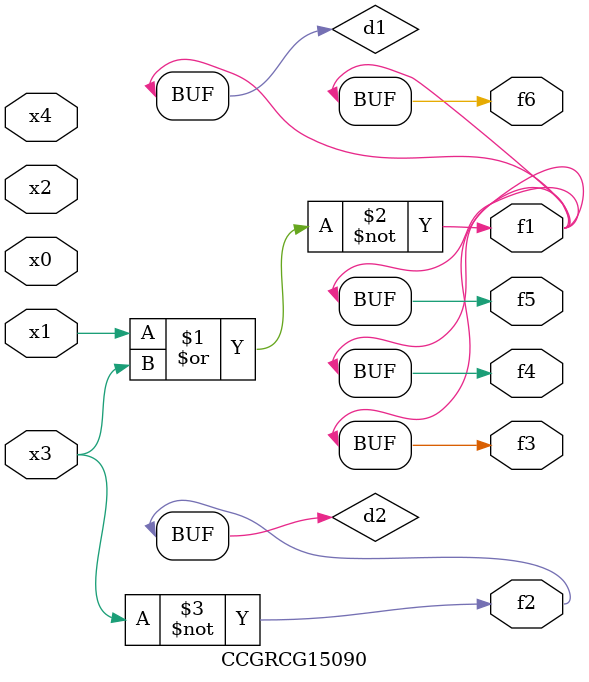
<source format=v>
module CCGRCG15090(
	input x0, x1, x2, x3, x4,
	output f1, f2, f3, f4, f5, f6
);

	wire d1, d2;

	nor (d1, x1, x3);
	not (d2, x3);
	assign f1 = d1;
	assign f2 = d2;
	assign f3 = d1;
	assign f4 = d1;
	assign f5 = d1;
	assign f6 = d1;
endmodule

</source>
